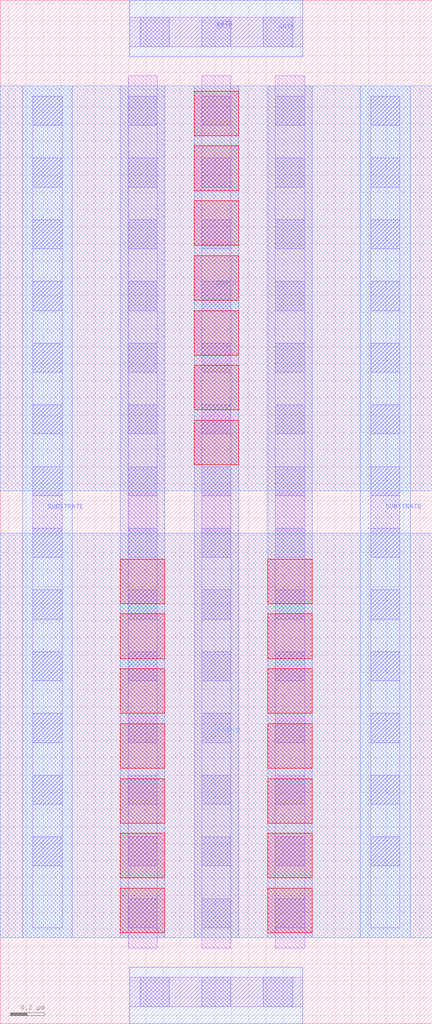
<source format=lef>
# Copyright 2020 The SkyWater PDK Authors
#
# Licensed under the Apache License, Version 2.0 (the "License");
# you may not use this file except in compliance with the License.
# You may obtain a copy of the License at
#
#     https://www.apache.org/licenses/LICENSE-2.0
#
# Unless required by applicable law or agreed to in writing, software
# distributed under the License is distributed on an "AS IS" BASIS,
# WITHOUT WARRANTIES OR CONDITIONS OF ANY KIND, either express or implied.
# See the License for the specific language governing permissions and
# limitations under the License.
#
# SPDX-License-Identifier: Apache-2.0

VERSION 5.7 ;
  NOWIREEXTENSIONATPIN ON ;
  DIVIDERCHAR "/" ;
  BUSBITCHARS "[]" ;
MACRO sky130_fd_pr__rf_nfet_01v8_lvt_aM02W5p00L0p15
  CLASS BLOCK ;
  FOREIGN sky130_fd_pr__rf_nfet_01v8_lvt_aM02W5p00L0p15 ;
  ORIGIN -0.050000 -0.050000 ;
  SIZE  2.520000 BY  5.970000 ;
  PIN DRAIN
    ANTENNADIFFAREA  1.414000 ;
    PORT
      LAYER met2 ;
        RECT 0.050000 3.160000 2.570000 5.520000 ;
    END
  END DRAIN
  PIN GATE
    ANTENNAGATEAREA  1.515000 ;
    PORT
      LAYER li1 ;
        RECT 0.805000 0.150000 1.815000 0.320000 ;
        RECT 0.805000 5.750000 1.815000 5.920000 ;
      LAYER mcon ;
        RECT 0.865000 0.150000 1.035000 0.320000 ;
        RECT 0.865000 5.750000 1.035000 5.920000 ;
        RECT 1.225000 0.150000 1.395000 0.320000 ;
        RECT 1.225000 5.750000 1.395000 5.920000 ;
        RECT 1.585000 0.150000 1.755000 0.320000 ;
        RECT 1.585000 5.750000 1.755000 5.920000 ;
    END
    PORT
      LAYER met1 ;
        RECT 0.805000 0.050000 1.815000 0.380000 ;
        RECT 0.805000 5.690000 1.815000 6.020000 ;
    END
  END GATE
  PIN SOURCE
    ANTENNADIFFAREA  2.828000 ;
    PORT
      LAYER met2 ;
        RECT 0.050000 0.550000 2.570000 2.910000 ;
    END
  END SOURCE
  PIN SUBSTRATE
    ANTENNADIFFAREA  1.464500 ;
    PORT
      LAYER met1 ;
        RECT 0.180000 0.550000 0.470000 5.520000 ;
    END
    PORT
      LAYER met1 ;
        RECT 2.150000 0.550000 2.440000 5.520000 ;
    END
  END SUBSTRATE
  OBS
    LAYER li1 ;
      RECT 0.240000 0.610000 0.410000 5.460000 ;
      RECT 0.795000 0.490000 0.965000 5.580000 ;
      RECT 1.225000 0.490000 1.395000 5.580000 ;
      RECT 1.655000 0.490000 1.825000 5.580000 ;
      RECT 2.210000 0.610000 2.380000 5.460000 ;
    LAYER mcon ;
      RECT 0.240000 0.970000 0.410000 1.140000 ;
      RECT 0.240000 1.330000 0.410000 1.500000 ;
      RECT 0.240000 1.690000 0.410000 1.860000 ;
      RECT 0.240000 2.050000 0.410000 2.220000 ;
      RECT 0.240000 2.410000 0.410000 2.580000 ;
      RECT 0.240000 2.770000 0.410000 2.940000 ;
      RECT 0.240000 3.130000 0.410000 3.300000 ;
      RECT 0.240000 3.490000 0.410000 3.660000 ;
      RECT 0.240000 3.850000 0.410000 4.020000 ;
      RECT 0.240000 4.210000 0.410000 4.380000 ;
      RECT 0.240000 4.570000 0.410000 4.740000 ;
      RECT 0.240000 4.930000 0.410000 5.100000 ;
      RECT 0.240000 5.290000 0.410000 5.460000 ;
      RECT 0.795000 0.610000 0.965000 0.780000 ;
      RECT 0.795000 0.970000 0.965000 1.140000 ;
      RECT 0.795000 1.330000 0.965000 1.500000 ;
      RECT 0.795000 1.690000 0.965000 1.860000 ;
      RECT 0.795000 2.050000 0.965000 2.220000 ;
      RECT 0.795000 2.410000 0.965000 2.580000 ;
      RECT 0.795000 2.770000 0.965000 2.940000 ;
      RECT 0.795000 3.130000 0.965000 3.300000 ;
      RECT 0.795000 3.490000 0.965000 3.660000 ;
      RECT 0.795000 3.850000 0.965000 4.020000 ;
      RECT 0.795000 4.210000 0.965000 4.380000 ;
      RECT 0.795000 4.570000 0.965000 4.740000 ;
      RECT 0.795000 4.930000 0.965000 5.100000 ;
      RECT 0.795000 5.290000 0.965000 5.460000 ;
      RECT 1.225000 0.610000 1.395000 0.780000 ;
      RECT 1.225000 0.970000 1.395000 1.140000 ;
      RECT 1.225000 1.330000 1.395000 1.500000 ;
      RECT 1.225000 1.690000 1.395000 1.860000 ;
      RECT 1.225000 2.050000 1.395000 2.220000 ;
      RECT 1.225000 2.410000 1.395000 2.580000 ;
      RECT 1.225000 2.770000 1.395000 2.940000 ;
      RECT 1.225000 3.130000 1.395000 3.300000 ;
      RECT 1.225000 3.490000 1.395000 3.660000 ;
      RECT 1.225000 3.850000 1.395000 4.020000 ;
      RECT 1.225000 4.210000 1.395000 4.380000 ;
      RECT 1.225000 4.570000 1.395000 4.740000 ;
      RECT 1.225000 4.930000 1.395000 5.100000 ;
      RECT 1.225000 5.290000 1.395000 5.460000 ;
      RECT 1.655000 0.610000 1.825000 0.780000 ;
      RECT 1.655000 0.970000 1.825000 1.140000 ;
      RECT 1.655000 1.330000 1.825000 1.500000 ;
      RECT 1.655000 1.690000 1.825000 1.860000 ;
      RECT 1.655000 2.050000 1.825000 2.220000 ;
      RECT 1.655000 2.410000 1.825000 2.580000 ;
      RECT 1.655000 2.770000 1.825000 2.940000 ;
      RECT 1.655000 3.130000 1.825000 3.300000 ;
      RECT 1.655000 3.490000 1.825000 3.660000 ;
      RECT 1.655000 3.850000 1.825000 4.020000 ;
      RECT 1.655000 4.210000 1.825000 4.380000 ;
      RECT 1.655000 4.570000 1.825000 4.740000 ;
      RECT 1.655000 4.930000 1.825000 5.100000 ;
      RECT 1.655000 5.290000 1.825000 5.460000 ;
      RECT 2.210000 0.970000 2.380000 1.140000 ;
      RECT 2.210000 1.330000 2.380000 1.500000 ;
      RECT 2.210000 1.690000 2.380000 1.860000 ;
      RECT 2.210000 2.050000 2.380000 2.220000 ;
      RECT 2.210000 2.410000 2.380000 2.580000 ;
      RECT 2.210000 2.770000 2.380000 2.940000 ;
      RECT 2.210000 3.130000 2.380000 3.300000 ;
      RECT 2.210000 3.490000 2.380000 3.660000 ;
      RECT 2.210000 3.850000 2.380000 4.020000 ;
      RECT 2.210000 4.210000 2.380000 4.380000 ;
      RECT 2.210000 4.570000 2.380000 4.740000 ;
      RECT 2.210000 4.930000 2.380000 5.100000 ;
      RECT 2.210000 5.290000 2.380000 5.460000 ;
    LAYER met1 ;
      RECT 0.750000 0.550000 1.010000 5.520000 ;
      RECT 1.180000 0.550000 1.440000 5.520000 ;
      RECT 1.610000 0.550000 1.870000 5.520000 ;
    LAYER via ;
      RECT 0.750000 0.580000 1.010000 0.840000 ;
      RECT 0.750000 0.900000 1.010000 1.160000 ;
      RECT 0.750000 1.220000 1.010000 1.480000 ;
      RECT 0.750000 1.540000 1.010000 1.800000 ;
      RECT 0.750000 1.860000 1.010000 2.120000 ;
      RECT 0.750000 2.180000 1.010000 2.440000 ;
      RECT 0.750000 2.500000 1.010000 2.760000 ;
      RECT 1.180000 3.310000 1.440000 3.570000 ;
      RECT 1.180000 3.630000 1.440000 3.890000 ;
      RECT 1.180000 3.950000 1.440000 4.210000 ;
      RECT 1.180000 4.270000 1.440000 4.530000 ;
      RECT 1.180000 4.590000 1.440000 4.850000 ;
      RECT 1.180000 4.910000 1.440000 5.170000 ;
      RECT 1.180000 5.230000 1.440000 5.490000 ;
      RECT 1.610000 0.580000 1.870000 0.840000 ;
      RECT 1.610000 0.900000 1.870000 1.160000 ;
      RECT 1.610000 1.220000 1.870000 1.480000 ;
      RECT 1.610000 1.540000 1.870000 1.800000 ;
      RECT 1.610000 1.860000 1.870000 2.120000 ;
      RECT 1.610000 2.180000 1.870000 2.440000 ;
      RECT 1.610000 2.500000 1.870000 2.760000 ;
  END
END sky130_fd_pr__rf_nfet_01v8_lvt_aM02W5p00L0p15
END LIBRARY

</source>
